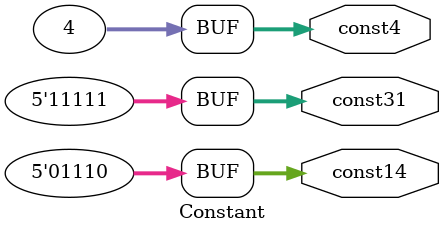
<source format=v>
module Constant(const4,const14,const31);
output[4:0] const14,const31;
output[31:0] const4;

assign const14=5'd14;
assign const31=5'd31;
assign const4 =32'd4;

endmodule

</source>
